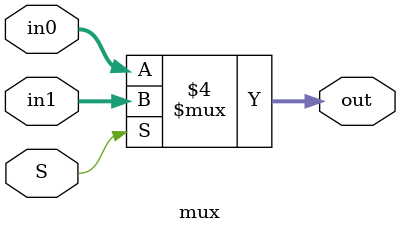
<source format=v>
module mux(in1,in0,S,out);
	input [7:0] in1;
	input [7:0] in0;
	input S;
	output reg [7:0] out;
	always@(*)begin
		if(S==1'b0)
			out=in0;
		else
			out=in1;
	end
endmodule
</source>
